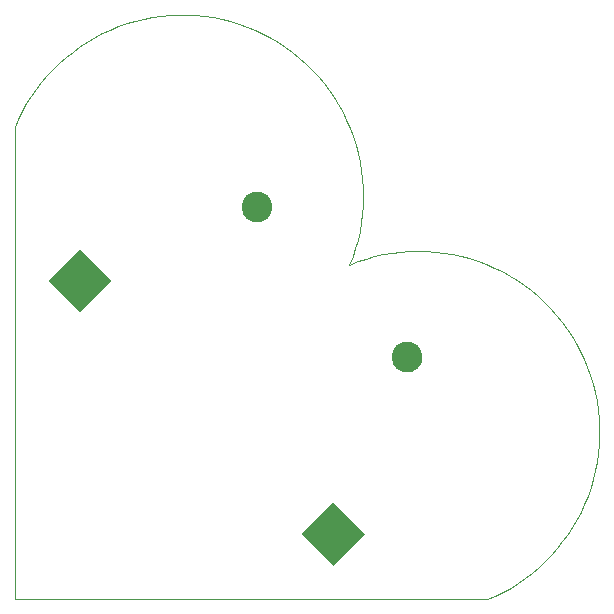
<source format=gbs>
G75*
G70*
%OFA0B0*%
%FSLAX24Y24*%
%IPPOS*%
%LPD*%
%AMOC8*
5,1,8,0,0,1.08239X$1,22.5*
%
%ADD10C,0.0000*%
%ADD11C,0.1025*%
%ADD12R,0.1497X0.1497*%
D10*
X009756Y010038D02*
X009756Y025786D01*
X009873Y026053D01*
X010003Y026314D01*
X010146Y026569D01*
X010300Y026816D01*
X010467Y027055D01*
X010645Y027287D01*
X010833Y027509D01*
X011033Y027722D01*
X011242Y027925D01*
X011461Y028117D01*
X011689Y028299D01*
X011925Y028470D01*
X012170Y028629D01*
X012422Y028776D01*
X012680Y028911D01*
X012945Y029033D01*
X013216Y029142D01*
X013491Y029238D01*
X013771Y029320D01*
X014054Y029389D01*
X014340Y029444D01*
X014629Y029485D01*
X014919Y029513D01*
X015211Y029526D01*
X015502Y029525D01*
X015794Y029510D01*
X016084Y029481D01*
X016372Y029438D01*
X016658Y029381D01*
X016941Y029310D01*
X017220Y029226D01*
X017495Y029128D01*
X017765Y029017D01*
X018029Y028893D01*
X018286Y028757D01*
X018537Y028608D01*
X018781Y028448D01*
X019016Y028276D01*
X019243Y028092D01*
X019461Y027898D01*
X019669Y027694D01*
X019866Y027480D01*
X020054Y027256D01*
X020230Y027024D01*
X020395Y026783D01*
X020548Y026535D01*
X020689Y026280D01*
X020817Y026018D01*
X020933Y025750D01*
X021035Y025477D01*
X021125Y025200D01*
X021200Y024918D01*
X021262Y024633D01*
X021310Y024345D01*
X021345Y024056D01*
X021365Y023765D01*
X021371Y023473D01*
X021363Y023182D01*
X021341Y022891D01*
X021305Y022602D01*
X021255Y022314D01*
X021191Y022030D01*
X021113Y021749D01*
X021022Y021472D01*
X020918Y021199D01*
X022368Y018112D02*
X022370Y018155D01*
X022376Y018197D01*
X022386Y018239D01*
X022399Y018280D01*
X022416Y018320D01*
X022437Y018357D01*
X022461Y018393D01*
X022488Y018426D01*
X022518Y018457D01*
X022551Y018485D01*
X022586Y018510D01*
X022623Y018531D01*
X022662Y018549D01*
X022702Y018563D01*
X022744Y018574D01*
X022786Y018581D01*
X022829Y018584D01*
X022872Y018583D01*
X022915Y018578D01*
X022957Y018569D01*
X022998Y018557D01*
X023038Y018541D01*
X023076Y018521D01*
X023112Y018498D01*
X023146Y018471D01*
X023178Y018442D01*
X023206Y018410D01*
X023232Y018375D01*
X023254Y018339D01*
X023273Y018300D01*
X023288Y018260D01*
X023300Y018219D01*
X023308Y018176D01*
X023312Y018133D01*
X023312Y018091D01*
X023308Y018048D01*
X023300Y018005D01*
X023288Y017964D01*
X023273Y017924D01*
X023254Y017885D01*
X023232Y017849D01*
X023206Y017814D01*
X023178Y017782D01*
X023146Y017753D01*
X023112Y017726D01*
X023076Y017703D01*
X023038Y017683D01*
X022998Y017667D01*
X022957Y017655D01*
X022915Y017646D01*
X022872Y017641D01*
X022829Y017640D01*
X022786Y017643D01*
X022744Y017650D01*
X022702Y017661D01*
X022662Y017675D01*
X022623Y017693D01*
X022586Y017714D01*
X022551Y017739D01*
X022518Y017767D01*
X022488Y017798D01*
X022461Y017831D01*
X022437Y017867D01*
X022416Y017904D01*
X022399Y017944D01*
X022386Y017985D01*
X022376Y018027D01*
X022370Y018069D01*
X022368Y018112D01*
X020918Y021200D02*
X021190Y021304D01*
X021467Y021395D01*
X021748Y021473D01*
X022033Y021537D01*
X022320Y021587D01*
X022609Y021623D01*
X022900Y021645D01*
X023191Y021653D01*
X023483Y021647D01*
X023774Y021627D01*
X024063Y021592D01*
X024351Y021544D01*
X024636Y021482D01*
X024918Y021407D01*
X025195Y021317D01*
X025468Y021215D01*
X025736Y021099D01*
X025998Y020971D01*
X026253Y020830D01*
X026501Y020677D01*
X026742Y020512D01*
X026974Y020336D01*
X027198Y020148D01*
X027412Y019951D01*
X027616Y019743D01*
X027810Y019525D01*
X027994Y019298D01*
X028166Y019063D01*
X028326Y018819D01*
X028475Y018568D01*
X028611Y018311D01*
X028735Y018047D01*
X028846Y017777D01*
X028944Y017502D01*
X029028Y017223D01*
X029099Y016940D01*
X029156Y016654D01*
X029199Y016366D01*
X029228Y016076D01*
X029243Y015784D01*
X029244Y015493D01*
X029231Y015201D01*
X029203Y014911D01*
X029162Y014622D01*
X029107Y014336D01*
X029038Y014053D01*
X028956Y013773D01*
X028860Y013498D01*
X028751Y013227D01*
X028629Y012962D01*
X028494Y012704D01*
X028347Y012452D01*
X028188Y012207D01*
X028017Y011971D01*
X027835Y011743D01*
X027643Y011524D01*
X027440Y011315D01*
X027227Y011115D01*
X027005Y010927D01*
X026773Y010749D01*
X026534Y010582D01*
X026287Y010428D01*
X026032Y010285D01*
X025771Y010155D01*
X025504Y010038D01*
X009756Y010038D01*
X017357Y023123D02*
X017359Y023166D01*
X017365Y023208D01*
X017375Y023250D01*
X017388Y023291D01*
X017405Y023331D01*
X017426Y023368D01*
X017450Y023404D01*
X017477Y023437D01*
X017507Y023468D01*
X017540Y023496D01*
X017575Y023521D01*
X017612Y023542D01*
X017651Y023560D01*
X017691Y023574D01*
X017733Y023585D01*
X017775Y023592D01*
X017818Y023595D01*
X017861Y023594D01*
X017904Y023589D01*
X017946Y023580D01*
X017987Y023568D01*
X018027Y023552D01*
X018065Y023532D01*
X018101Y023509D01*
X018135Y023482D01*
X018167Y023453D01*
X018195Y023421D01*
X018221Y023386D01*
X018243Y023350D01*
X018262Y023311D01*
X018277Y023271D01*
X018289Y023230D01*
X018297Y023187D01*
X018301Y023144D01*
X018301Y023102D01*
X018297Y023059D01*
X018289Y023016D01*
X018277Y022975D01*
X018262Y022935D01*
X018243Y022896D01*
X018221Y022860D01*
X018195Y022825D01*
X018167Y022793D01*
X018135Y022764D01*
X018101Y022737D01*
X018065Y022714D01*
X018027Y022694D01*
X017987Y022678D01*
X017946Y022666D01*
X017904Y022657D01*
X017861Y022652D01*
X017818Y022651D01*
X017775Y022654D01*
X017733Y022661D01*
X017691Y022672D01*
X017651Y022686D01*
X017612Y022704D01*
X017575Y022725D01*
X017540Y022750D01*
X017507Y022778D01*
X017477Y022809D01*
X017450Y022842D01*
X017426Y022878D01*
X017405Y022915D01*
X017388Y022955D01*
X017375Y022996D01*
X017365Y023038D01*
X017359Y023080D01*
X017357Y023123D01*
D11*
X017829Y023123D03*
X022840Y018112D03*
D12*
G36*
X019320Y012224D02*
X020377Y013281D01*
X021434Y012224D01*
X020377Y011167D01*
X019320Y012224D01*
G37*
G36*
X010885Y020659D02*
X011942Y021716D01*
X012999Y020659D01*
X011942Y019602D01*
X010885Y020659D01*
G37*
M02*

</source>
